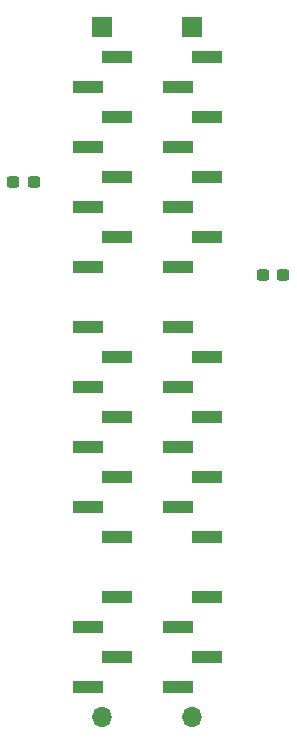
<source format=gbr>
G04 #@! TF.GenerationSoftware,KiCad,Pcbnew,9.0.6*
G04 #@! TF.CreationDate,2025-12-15T20:36:39+09:00*
G04 #@! TF.ProjectId,bionic-hd64180s,62696f6e-6963-42d6-9864-363431383073,1*
G04 #@! TF.SameCoordinates,Original*
G04 #@! TF.FileFunction,Soldermask,Bot*
G04 #@! TF.FilePolarity,Negative*
%FSLAX46Y46*%
G04 Gerber Fmt 4.6, Leading zero omitted, Abs format (unit mm)*
G04 Created by KiCad (PCBNEW 9.0.6) date 2025-12-15 20:36:39*
%MOMM*%
%LPD*%
G01*
G04 APERTURE LIST*
G04 Aperture macros list*
%AMRoundRect*
0 Rectangle with rounded corners*
0 $1 Rounding radius*
0 $2 $3 $4 $5 $6 $7 $8 $9 X,Y pos of 4 corners*
0 Add a 4 corners polygon primitive as box body*
4,1,4,$2,$3,$4,$5,$6,$7,$8,$9,$2,$3,0*
0 Add four circle primitives for the rounded corners*
1,1,$1+$1,$2,$3*
1,1,$1+$1,$4,$5*
1,1,$1+$1,$6,$7*
1,1,$1+$1,$8,$9*
0 Add four rect primitives between the rounded corners*
20,1,$1+$1,$2,$3,$4,$5,0*
20,1,$1+$1,$4,$5,$6,$7,0*
20,1,$1+$1,$6,$7,$8,$9,0*
20,1,$1+$1,$8,$9,$2,$3,0*%
G04 Aperture macros list end*
%ADD10RoundRect,0.237500X-0.300000X-0.237500X0.300000X-0.237500X0.300000X0.237500X-0.300000X0.237500X0*%
%ADD11O,1.700000X1.700000*%
%ADD12R,2.510000X1.000000*%
%ADD13R,1.700000X1.700000*%
%ADD14RoundRect,0.237500X0.300000X0.237500X-0.300000X0.237500X-0.300000X-0.237500X0.300000X-0.237500X0*%
G04 APERTURE END LIST*
D10*
X102348400Y-88161000D03*
X104073400Y-88161000D03*
D11*
X117510000Y-133500000D03*
D12*
X116265400Y-130960000D03*
X118754600Y-128420000D03*
X116265400Y-125880000D03*
X118754600Y-123340000D03*
X118754600Y-118260000D03*
X116265400Y-115720000D03*
X118754600Y-113180000D03*
X116265400Y-110640000D03*
X118754600Y-108100000D03*
X116265400Y-105560000D03*
X118754600Y-103020000D03*
X116265400Y-100480000D03*
X116265400Y-95400000D03*
X118754600Y-92860000D03*
X116265400Y-90320000D03*
X118754600Y-87780000D03*
X116265400Y-85240000D03*
X118754600Y-82700000D03*
X116265400Y-80160000D03*
X118754600Y-77620000D03*
D13*
X117510000Y-75080000D03*
X109890000Y-75080000D03*
D12*
X111134600Y-77620000D03*
X108645400Y-80160000D03*
X111134600Y-82700000D03*
X108645400Y-85240000D03*
X111134600Y-87780000D03*
X108645400Y-90320000D03*
X111134600Y-92860000D03*
X108645400Y-95400000D03*
X108645400Y-100480000D03*
X111134600Y-103020000D03*
X108645400Y-105560000D03*
X111134600Y-108100000D03*
X108645400Y-110640000D03*
X111134600Y-113180000D03*
X108645400Y-115720000D03*
X111134600Y-118260000D03*
X111134600Y-123340000D03*
X108645400Y-125880000D03*
X111134600Y-128420000D03*
X108645400Y-130960000D03*
D11*
X109890000Y-133500000D03*
D14*
X125206200Y-96060400D03*
X123481200Y-96060400D03*
M02*

</source>
